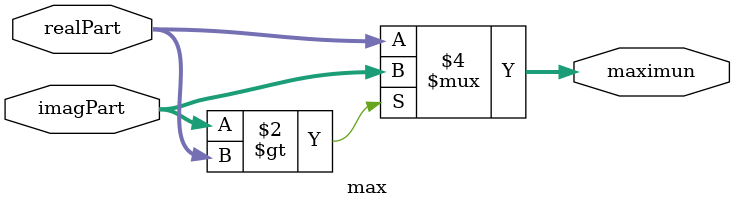
<source format=v>
module max(
	input [11:0] imagPart,
	input [11:0] realPart,
	output reg [11:0] maximun);
	always @ * begin
		if(imagPart > realPart)
			maximun = imagPart;
		else
			maximun = realPart;
	end
endmodule
</source>
